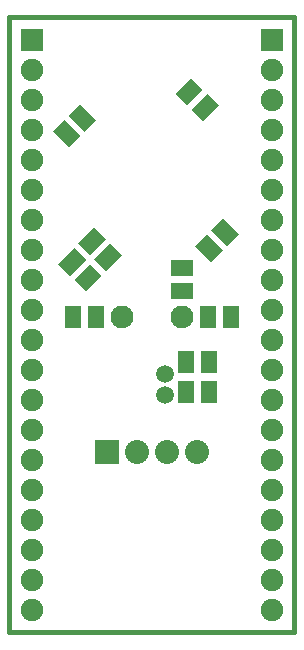
<source format=gbs>
%FSLAX23Y23*%
%MOIN*%
%SFA1B1*%

%IPPOS*%
%ADD11C,0.015000*%
%ADD24R,0.075000X0.075000*%
%ADD25C,0.075000*%
%ADD26R,0.080000X0.080000*%
%ADD27C,0.080000*%
%ADD28C,0.076000*%
%ADD29C,0.059400*%
%ADD30R,0.055000X0.075000*%
%ADD31R,0.075000X0.055000*%
%LNarmplatform-1*%
%LPD*%
G54D11*
X639Y380D02*
Y2430D01*
X1589Y380D02*
X639D01*
X1589Y2430D02*
Y380D01*
X639Y2430D02*
X1589D01*
G54D24*
X1514Y2355D03*
G54D25*
X1514Y2255D03*
Y2155D03*
Y2055D03*
Y1955D03*
Y1855D03*
Y1755D03*
Y1655D03*
Y1555D03*
Y1455D03*
Y1355D03*
Y1255D03*
Y1155D03*
Y1055D03*
Y955D03*
Y855D03*
Y755D03*
Y655D03*
Y555D03*
Y455D03*
G54D24*
X714Y2355D03*
G54D25*
X714Y2255D03*
Y2155D03*
Y2055D03*
Y1955D03*
Y1855D03*
Y1755D03*
Y1655D03*
Y1555D03*
Y1455D03*
Y1355D03*
Y1255D03*
Y1155D03*
Y1055D03*
Y955D03*
Y855D03*
Y755D03*
Y655D03*
Y555D03*
Y455D03*
G54D26*
X964Y980D03*
G54D27*
X1064Y980D03*
X1164D03*
X1264D03*
G54D28*
X1014Y1430D03*
X1214D03*
G54D29*
X1158Y1241D03*
Y1170D03*
G36*
X837Y1996D02*
X784Y2049D01*
X822Y2088*
X876Y2035*
X837Y1996*
G37*
G36*
X890Y2049D02*
X837Y2102D01*
X875Y2141*
X929Y2088*
X890Y2049*
G37*
G36*
X1351Y1759D02*
X1404Y1706D01*
X1365Y1667*
X1312Y1720*
X1351Y1759*
G37*
G36*
X1298Y1706D02*
X1351Y1653D01*
X1312Y1614*
X1259Y1667*
X1298Y1706*
G37*
G36*
X1191Y2175D02*
X1244Y2228D01*
X1283Y2189*
X1230Y2136*
X1191Y2175*
G37*
G36*
X1244Y2122D02*
X1297Y2175D01*
X1336Y2136*
X1283Y2083*
X1244Y2122*
G37*
G36*
X1013Y1638D02*
X960Y1585D01*
X921Y1624*
X974Y1677*
X1013Y1638*
G37*
G36*
X960Y1691D02*
X907Y1638D01*
X868Y1677*
X921Y1730*
X960Y1691*
G37*
G36*
X947Y1569D02*
X894Y1516D01*
X855Y1555*
X909Y1608*
X947Y1569*
G37*
G36*
X894Y1622D02*
X841Y1569D01*
X802Y1608*
X856Y1661*
X894Y1622*
G37*
G54D30*
X851Y1430D03*
X926D03*
X1376D03*
X1301D03*
X1303Y1281D03*
X1228D03*
X1303Y1181D03*
X1228D03*
G54D31*
X1214Y1518D03*
Y1593D03*
M02*
</source>
